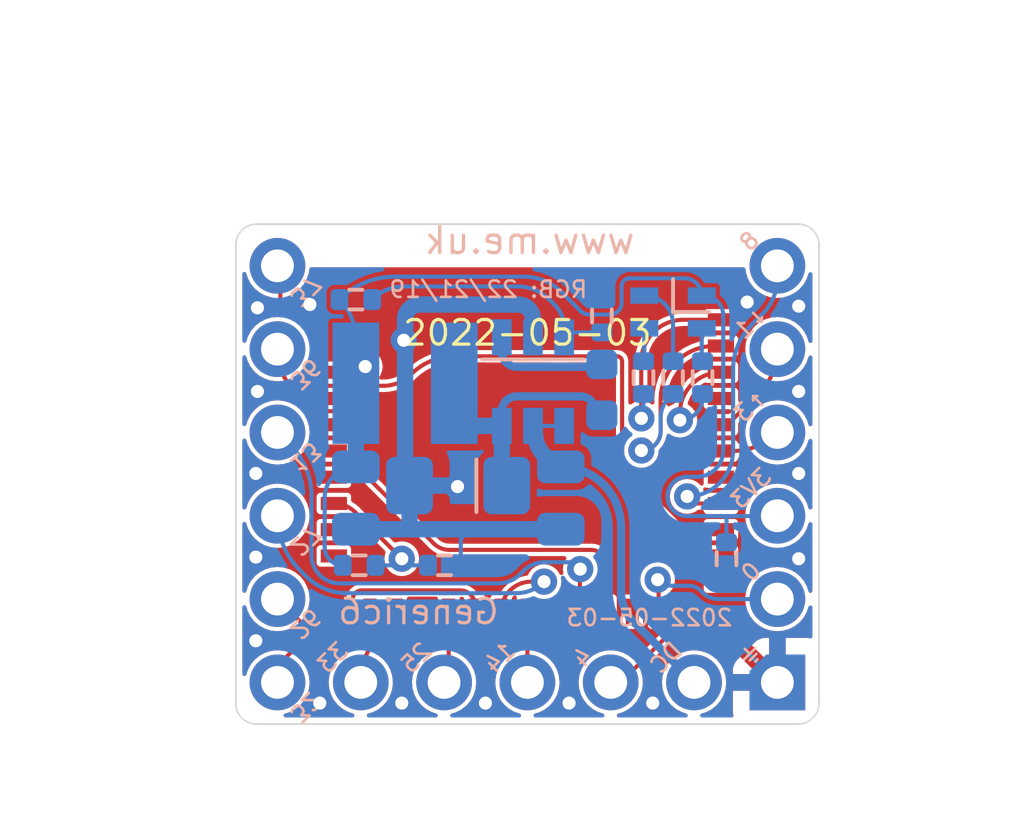
<source format=kicad_pcb>
(kicad_pcb (version 20211014) (generator pcbnew)
  (title_block (title "Generic ESP32-PICO-MINI Module") (date "${DATE}") (rev "1") (company "Adrian Kennard, Andrews & Arnold Ltd"))
  (layers (0 "F.Cu" signal) (31 "B.Cu" signal) (34 "B.Paste" user) (35 "F.Paste" user) (36 "B.SilkS" user "B.Silkscreen") (37 "F.SilkS" user "F.Silkscreen") (38 "B.Mask" user) (39 "F.Mask" user) (44 "Edge.Cuts" user))
  (property "DATE" "2022-05-03")
  (net 0 "")
  (net 1 "GND")
  (net 2 "Net-(D1-Pad2)")
  (net 3 "EN")
  (net 8 "Net-(D1-Pad3)")
  (net 9 "Net-(D1-Pad4)")
  (net 10 "R")
  (net 11 "G")
  (net 12 "B")
  (net 13 "+3V3")
  (net 14 "Net-(R5-Pad2)")
  (net 20 "Net-(P1-Pad1)")
  (net 22 "Net-(P3-Pad1)")
  (net 23 "Net-(J1-Pad2)")
  (net 24 "Net-(J1-Pad4)")
  (net 25 "Net-(J1-Pad5)")
  (net 26 "Net-(P2-Pad1)")
  (net 27 "Net-(P4-Pad1)")
  (net 28 "Net-(P5-Pad1)")
  (net 29 "Net-(P6-Pad1)")
  (net 30 "Net-(P7-Pad1)")
  (net 31 "Net-(P8-Pad1)")
  (net 32 "Net-(P9-Pad1)")
  (net 33 "Net-(P12-Pad1)")
  (net 34 "Net-(U1-Pad26)")
  (net 35 "Net-(U1-Pad21)")
  (footprint "RevK:ESP32-PICO-MINI-02" (layer "F.Cu") (at 100.33 45.015)
    (fp_text reference "U1" hide)
    (fp_text value "ESP32-PICO-MINI-02")
    (fp_text user "${DATE}" (at 0 -3.6 unlocked) (layer "F.SilkS") (effects (font (size 0.75 0.75) (thickness 0.1))))
    (pad "1" smd rect (at -5.9 -4) (size 0.8 0.4) (layers "F.Cu" "F.Paste" "F.Mask") (net 1 "GND"))
    (pad "2" smd rect (at -5.9 -3.2) (size 0.8 0.4) (layers "F.Cu" "F.Paste" "F.Mask") (net 1 "GND"))
    (pad "3" smd rect (at -5.9 -2.4) (size 0.8 0.4) (layers "F.Cu" "F.Paste" "F.Mask") (net 13 "+3V3"))
    (pad "4" smd rect (at -5.9 -1.6) (size 0.8 0.4) (layers "F.Cu" "F.Paste" "F.Mask"))
    (pad "5" smd rect (at -5.9 -0.8) (size 0.8 0.4) (layers "F.Cu" "F.Paste" "F.Mask"))
    (pad "6" smd rect (at -5.9 0) (size 0.8 0.4) (layers "F.Cu" "F.Paste" "F.Mask"))
    (pad "7" smd rect (at -5.9 0.8) (size 0.8 0.4) (layers "F.Cu" "F.Paste" "F.Mask"))
    (pad "8" smd rect (at -5.9 1.6) (size 0.8 0.4) (layers "F.Cu" "F.Paste" "F.Mask") (net 3 "EN"))
    (pad "9" smd rect (at -5.9 2.4) (size 0.8 0.4) (layers "F.Cu" "F.Paste" "F.Mask"))
    (pad "10" smd rect (at -5.9 3.2) (size 0.8 0.4) (layers "F.Cu" "F.Paste" "F.Mask"))
    (pad "11" smd rect (at -5.9 4) (size 0.8 0.4) (layers "F.Cu" "F.Paste" "F.Mask") (net 1 "GND"))
    (pad "12" smd rect (at -4.8 4.9) (size 0.4 0.8) (layers "F.Cu" "F.Paste" "F.Mask") (net 26 "Net-(P2-Pad1)"))
    (pad "13" smd rect (at -4 4.9) (size 0.4 0.8) (layers "F.Cu" "F.Paste" "F.Mask") (net 29 "Net-(P6-Pad1)"))
    (pad "14" smd rect (at -3.2 4.9) (size 0.4 0.8) (layers "F.Cu" "F.Paste" "F.Mask") (net 1 "GND"))
    (pad "15" smd rect (at -2.4 4.9) (size 0.4 0.8) (layers "F.Cu" "F.Paste" "F.Mask") (net 27 "Net-(P4-Pad1)"))
    (pad "16" smd rect (at -1.6 4.9) (size 0.4 0.8) (layers "F.Cu" "F.Paste" "F.Mask") (net 28 "Net-(P5-Pad1)"))
    (pad "17" smd rect (at -0.8 4.9) (size 0.4 0.8) (layers "F.Cu" "F.Paste" "F.Mask") (net 31 "Net-(P8-Pad1)"))
    (pad "18" smd rect (at 0 4.9) (size 0.4 0.8) (layers "F.Cu" "F.Paste" "F.Mask") (net 32 "Net-(P9-Pad1)"))
    (pad "19" smd rect (at 0.8 4.9) (size 0.4 0.8) (layers "F.Cu" "F.Paste" "F.Mask"))
    (pad "20" smd rect (at 1.6 4.9) (size 0.4 0.8) (layers "F.Cu" "F.Paste" "F.Mask") (net 22 "Net-(P3-Pad1)"))
    (pad "21" smd rect (at 2.4 4.9) (size 0.4 0.8) (layers "F.Cu" "F.Paste" "F.Mask") (net 35 "Net-(U1-Pad21)"))
    (pad "22" smd rect (at 3.2 4.9) (size 0.4 0.8) (layers "F.Cu" "F.Paste" "F.Mask"))
    (pad "23" smd rect (at 4 4.9) (size 0.4 0.8) (layers "F.Cu" "F.Paste" "F.Mask") (net 23 "Net-(J1-Pad2)"))
    (pad "24" smd rect (at 4.8 4.9) (size 0.4 0.8) (layers "F.Cu" "F.Paste" "F.Mask") (net 20 "Net-(P1-Pad1)"))
    (pad "25" smd rect (at 5.9 4) (size 0.8 0.4) (layers "F.Cu" "F.Paste" "F.Mask"))
    (pad "26" smd rect (at 5.9 3.2) (size 0.8 0.4) (layers "F.Cu" "F.Paste" "F.Mask") (net 34 "Net-(U1-Pad26)"))
    (pad "27" smd rect (at 5.9 2.4) (size 0.8 0.4) (layers "F.Cu" "F.Paste" "F.Mask"))
    (pad "28" smd rect (at 5.9 1.6) (size 0.8 0.4) (layers "F.Cu" "F.Paste" "F.Mask") (net 30 "Net-(P7-Pad1)"))
    (pad "29" smd rect (at 5.9 0.8) (size 0.8 0.4) (layers "F.Cu" "F.Paste" "F.Mask"))
    (pad "30" smd rect (at 5.9 0) (size 0.8 0.4) (layers "F.Cu" "F.Paste" "F.Mask") (net 24 "Net-(J1-Pad4)"))
    (pad "31" smd rect (at 5.9 -0.8) (size 0.8 0.4) (layers "F.Cu" "F.Paste" "F.Mask") (net 25 "Net-(J1-Pad5)"))
    (pad "32" smd rect (at 5.9 -1.6) (size 0.8 0.4) (layers "F.Cu" "F.Paste" "F.Mask"))
    (pad "33" smd rect (at 5.9 -2.4) (size 0.8 0.4) (layers "F.Cu" "F.Paste" "F.Mask") (net 12 "B"))
    (pad "34" smd rect (at 5.9 -3.2) (size 0.8 0.4) (layers "F.Cu" "F.Paste" "F.Mask") (net 10 "R"))
    (pad "35" smd rect (at 5.9 -4) (size 0.8 0.4) (layers "F.Cu" "F.Paste" "F.Mask") (net 11 "G"))
    (pad "36" smd rect (at 4.8 -4.9) (size 0.4 0.8) (layers "F.Cu" "F.Paste" "F.Mask") (net 1 "GND"))
    (pad "37" smd rect (at 4 -4.9) (size 0.4 0.8) (layers "F.Cu" "F.Paste" "F.Mask") (net 1 "GND"))
    (pad "38" smd rect (at 3.2 -4.9) (size 0.4 0.8) (layers "F.Cu" "F.Paste" "F.Mask") (net 1 "GND"))
    (pad "39" smd rect (at 2.4 -4.9) (size 0.4 0.8) (layers "F.Cu" "F.Paste" "F.Mask") (net 1 "GND"))
    (pad "40" smd rect (at 1.6 -4.9) (size 0.4 0.8) (layers "F.Cu" "F.Paste" "F.Mask") (net 1 "GND"))
    (pad "41" smd rect (at 0.8 -4.9) (size 0.4 0.8) (layers "F.Cu" "F.Paste" "F.Mask") (net 1 "GND"))
    (pad "42" smd rect (at 0 -4.9) (size 0.4 0.8) (layers "F.Cu" "F.Paste" "F.Mask") (net 1 "GND"))
    (pad "43" smd rect (at -0.8 -4.9) (size 0.4 0.8) (layers "F.Cu" "F.Paste" "F.Mask") (net 1 "GND"))
    (pad "44" smd rect (at -1.6 -4.9) (size 0.4 0.8) (layers "F.Cu" "F.Paste" "F.Mask") (net 1 "GND"))
    (pad "45" smd rect (at -2.4 -4.9) (size 0.4 0.8) (layers "F.Cu" "F.Paste" "F.Mask") (net 1 "GND"))
    (pad "46" smd rect (at -3.2 -4.9) (size 0.4 0.8) (layers "F.Cu" "F.Paste" "F.Mask") (net 1 "GND"))
    (pad "47" smd rect (at -4 -4.9) (size 0.4 0.8) (layers "F.Cu" "F.Paste" "F.Mask") (net 1 "GND"))
    (pad "48" smd rect (at -4.8 -4.9) (size 0.4 0.8) (layers "F.Cu" "F.Paste" "F.Mask") (net 1 "GND"))
    (pad "49" smd roundrect (at -1.975 -1.975) (size 1.45 1.45) (layers "F.Cu" "F.Paste" "F.Mask") (roundrect_rratio 0) (chamfer_ratio 0.41) (chamfer top_left) (net 1 "GND"))
    (pad "49" smd rect (at -1.975 0) (size 1.45 1.45) (layers "F.Cu" "F.Paste" "F.Mask") (net 1 "GND"))
    (pad "49" smd rect (at 1.975 0) (size 1.45 1.45) (layers "F.Cu" "F.Paste" "F.Mask") (net 1 "GND"))
    (pad "49" smd rect (at 0 0) (size 1.45 1.45) (layers "F.Cu" "F.Paste" "F.Mask") (net 1 "GND"))
    (pad "49" smd rect (at 0 1.975) (size 1.45 1.45) (layers "F.Cu" "F.Paste" "F.Mask") (net 1 "GND"))
    (pad "49" smd rect (at 1.975 -1.975) (size 1.45 1.45) (layers "F.Cu" "F.Paste" "F.Mask") (net 1 "GND"))
    (pad "49" smd rect (at 0 -1.975) (size 1.45 1.45) (layers "F.Cu" "F.Paste" "F.Mask") (net 1 "GND"))
    (pad "49" smd rect (at -1.975 1.975) (size 1.45 1.45) (layers "F.Cu" "F.Paste" "F.Mask") (net 1 "GND"))
    (pad "49" smd rect (at 1.975 1.975) (size 1.45 1.45) (layers "F.Cu" "F.Paste" "F.Mask") (net 1 "GND"))
    (pad "50" smd rect (at 5.95 -4.95) (size 0.7 0.7) (layers "F.Cu" "F.Paste" "F.Mask") (net 1 "GND"))
    (pad "51" smd rect (at 5.95 4.95) (size 0.7 0.7) (layers "F.Cu" "F.Paste" "F.Mask") (net 1 "GND"))
    (pad "52" smd rect (at -5.95 4.95) (size 0.7 0.7) (layers "F.Cu" "F.Paste" "F.Mask") (net 1 "GND"))
    (pad "53" smd rect (at -5.95 -4.95) (size 0.7 0.7) (layers "F.Cu" "F.Paste" "F.Mask") (net 1 "GND"))
    (zone (net 0) (net_name "") (layer "F.Cu") (connect_pads (clearance 0)) (min_thickness 0.01)
      (keepout (tracks not_allowed) (vias not_allowed) (pads not_allowed) (copperpour not_allowed) (footprints allowed))
      (fill (thermal_gap 0.508) (thermal_bridge_width 0.508))
      (polygon (pts (xy 93.73 34.015) (xy 106.93 34.015) (xy 106.93 39.415) (xy 93.73 39.415)))
    )
    (zone (net 0) (net_name "") (layer "B.Cu") (connect_pads (clearance 0)) (min_thickness 0.01)
      (keepout (tracks not_allowed) (vias not_allowed) (pads not_allowed) (copperpour not_allowed) (footprints allowed))
      (fill (thermal_gap 0.508) (thermal_bridge_width 0.508))
      (polygon (pts (xy 93.73 34.015) (xy 106.93 34.015) (xy 106.93 39.415) (xy 93.73 39.415)))
    )
  )
  (footprint "RevK:Round" (layer "B.Cu") (at 92.71 52.07 90)
    (fp_text reference "P2" hide)
    (fp_text value "32" hide)
    (fp_text user "${VALUE}" (at -0.75 0.85 225 unlocked) (layer "B.SilkS") (effects (font (size 0.5 0.5) (thickness 0.08)) (justify mirror)))
    (pad "1" thru_hole circle (at 0 0 90) (size 1.7 1.7) (drill 1) (layers *.Cu *.Mask) (net 26 "Net-(P2-Pad1)"))
  )
  (footprint "RevK:Hidden" (layer "B.Cu") (at 94.45 45.15 -90)
    (fp_text reference "C4" hide)
    (fp_text value "10uF")
  )
  (footprint "RevK:R_0402" (layer "B.Cu") (at 103.869502 42.777704 -90)
    (fp_text reference "R2" hide)
    (fp_text value "2K" hide)
    (fp_line (start -0.2 0.3) (end 0.2 0.3) (layer "B.SilkS") (width 0.12))
    (fp_line (start -0.2 -0.3) (end 0.2 -0.3) (layer "B.SilkS") (width 0.12))
    (pad "1" smd roundrect (at -0.5 0 270) (size 0.54 0.64) (layers "B.Cu" "B.Paste" "B.Mask") (net 8 "Net-(D1-Pad3)"))
    (pad "2" smd roundrect (at 0.5 0 270) (size 0.54 0.64) (layers "B.Cu" "B.Paste" "B.Mask") (net 11 "G"))
  )
  (footprint "RevK:Round" (layer "B.Cu") (at 92.71 46.99 90)
    (fp_text reference "P8" hide)
    (fp_text value "27" hide)
    (fp_text user "${VALUE}" (at -0.75 0.85 225 unlocked) (layer "B.SilkS") (effects (font (size 0.5 0.5) (thickness 0.08)) (justify mirror)))
    (pad "1" thru_hole circle (at 0 0 90) (size 1.7 1.7) (drill 1) (layers *.Cu *.Mask) (net 31 "Net-(P8-Pad1)"))
  )
  (footprint "RevK:Round" (layer "B.Cu") (at 97.79 52.07 -90)
    (fp_text reference "P4" hide)
    (fp_text value "25" hide)
    (fp_text user "${VALUE}" (at -0.75 0.85 45 unlocked) (layer "B.SilkS") (effects (font (size 0.5 0.5) (thickness 0.08)) (justify mirror)))
    (pad "1" thru_hole circle (at 0 0 270) (size 1.7 1.7) (drill 1) (layers *.Cu *.Mask) (net 27 "Net-(P4-Pad1)"))
  )
  (footprint "RevK:Round" (layer "B.Cu") (at 92.71 41.91 90)
    (fp_text reference "P11" hide)
    (fp_text value "36" hide)
    (fp_text user "${VALUE}" (at -0.75 0.85 225 unlocked) (layer "B.SilkS") (effects (font (size 0.5 0.5) (thickness 0.08)) (justify mirror)))
    (pad "1" thru_hole circle (at 0 0 90) (size 1.7 1.7) (drill 1) (layers *.Cu *.Mask) (net 35 "Net-(U1-Pad21)"))
  )
  (footprint "RevK:Round" (layer "B.Cu") (at 92.71 39.37 90)
    (fp_text reference "P10" hide)
    (fp_text value "37" hide)
    (fp_text user "${VALUE}" (at -0.75 0.85 225 unlocked) (layer "B.SilkS") (effects (font (size 0.5 0.5) (thickness 0.08)) (justify mirror)))
    (pad "1" thru_hole circle (at 0 0 90) (size 1.7 1.7) (drill 1) (layers *.Cu *.Mask) (net 34 "Net-(U1-Pad26)"))
  )
  (footprint "RevK:Round" (layer "B.Cu") (at 107.95 39.37 -90)
    (fp_text reference "P7" hide)
    (fp_text value "8" hide)
    (fp_text user "${VALUE}" (at -0.75 0.85 45 unlocked) (layer "B.SilkS") (effects (font (size 0.5 0.5) (thickness 0.08)) (justify mirror)))
    (pad "1" thru_hole circle (at 0 0 270) (size 1.7 1.7) (drill 1) (layers *.Cu *.Mask) (net 30 "Net-(P7-Pad1)"))
  )
  (footprint "RevK:Round" (layer "B.Cu") (at 95.25 52.07 -90)
    (fp_text reference "P6" hide)
    (fp_text value "33" hide)
    (fp_text user "${VALUE}" (at -0.75 0.85 45 unlocked) (layer "B.SilkS") (effects (font (size 0.5 0.5) (thickness 0.08)) (justify mirror)))
    (pad "1" thru_hole circle (at 0 0 270) (size 1.7 1.7) (drill 1) (layers *.Cu *.Mask) (net 29 "Net-(P6-Pad1)"))
  )
  (footprint "RevK:C_0402" (layer "B.Cu") (at 97.8 48.5 180)
    (fp_text reference "C1" hide)
    (fp_text value "10nF" hide)
    (fp_line (start -0.2 0.3) (end 0.2 0.3) (layer "B.SilkS") (width 0.12))
    (fp_line (start -0.2 -0.3) (end 0.2 -0.3) (layer "B.SilkS") (width 0.12))
    (pad "1" smd roundrect (at -0.5 0 180) (size 0.54 0.64) (layers "B.Cu" "B.Paste" "B.Mask") (net 1 "GND"))
    (pad "2" smd roundrect (at 0.5 0 180) (size 0.54 0.64) (layers "B.Cu" "B.Paste" "B.Mask") (net 3 "EN"))
  )
  (footprint "RevK:Round" (layer "B.Cu") (at 102.87 52.07 -90)
    (fp_text reference "P1" hide)
    (fp_text value "4" hide)
    (fp_text user "${VALUE}" (at -0.75 0.85 45 unlocked) (layer "B.SilkS") (effects (font (size 0.5 0.5) (thickness 0.08)) (justify mirror)))
    (pad "1" thru_hole circle (at 0 0 270) (size 1.7 1.7) (drill 1) (layers *.Cu *.Mask) (net 20 "Net-(P1-Pad1)"))
  )
  (footprint "RevK:Round" (layer "B.Cu") (at 105.41 52.07 -90)
    (fp_text reference "P12" hide)
    (fp_text value "DC" hide)
    (fp_text user "${VALUE}" (at -0.75 0.85 45 unlocked) (layer "B.SilkS") (effects (font (size 0.5 0.5) (thickness 0.08)) (justify mirror)))
    (pad "1" thru_hole circle (at 0 0 270) (size 1.7 1.7) (drill 1) (layers *.Cu *.Mask) (net 33 "Net-(P12-Pad1)"))
  )
  (footprint "RevK:Hidden" (layer "B.Cu") (at 97.57 44.77)
    (fp_text reference "D2" hide)
    (fp_text value "Schottky")
  )
  (footprint "RevK:Hidden" (layer "B.Cu") (at 101.95 41.85 -90)
    (fp_text reference "C2" hide)
    (fp_text value "0.1uF")
  )
  (footprint "RevK:R_0402" (layer "B.Cu") (at 102.6 40.9 -90)
    (fp_text reference "R6" hide)
    (fp_text value "30k 1% or NF" hide)
    (fp_line (start -0.2 0.3) (end 0.2 0.3) (layer "B.SilkS") (width 0.12))
    (fp_line (start -0.2 -0.3) (end 0.2 -0.3) (layer "B.SilkS") (width 0.12))
    (pad "1" smd roundrect (at -0.5 0 270) (size 0.54 0.64) (layers "B.Cu" "B.Paste" "B.Mask") (net 1 "GND"))
    (pad "2" smd roundrect (at 0.5 0 270) (size 0.54 0.64) (layers "B.Cu" "B.Paste" "B.Mask") (net 14 "Net-(R5-Pad2)"))
  )
  (footprint "RevK:Round" (layer "B.Cu") (at 92.71 44.45 90)
    (fp_text reference "P3" hide)
    (fp_text value "13" hide)
    (fp_text user "${VALUE}" (at -0.75 0.85 225 unlocked) (layer "B.SilkS") (effects (font (size 0.5 0.5) (thickness 0.08)) (justify mirror)))
    (pad "1" thru_hole circle (at 0 0 90) (size 1.7 1.7) (drill 1) (layers *.Cu *.Mask) (net 22 "Net-(P3-Pad1)"))
  )
  (footprint "RevK:Shelly" (layer "B.Cu") (at 107.95 46.99 -90)
    (fp_text reference "J1" hide)
    (fp_text value "Shelly" hide)
    (fp_text user "3V3" (at -0.83 0.8 45 unlocked) (layer "B.SilkS") (effects (font (size 0.5 0.5) (thickness 0.08)) (justify mirror)))
    (fp_text user "0" (at 1.71 0.8 45 unlocked) (layer "B.SilkS") (effects (font (size 0.5 0.5) (thickness 0.08)) (justify mirror)))
    (fp_text user "⏚" (at 4.25 0.8 45 unlocked) (layer "B.SilkS") (effects (font (size 0.5 0.5) (thickness 0.08)) (justify mirror)))
    (fp_text user "↓1" (at -5.91 0.8 45 unlocked) (layer "B.SilkS") (effects (font (size 0.5 0.5) (thickness 0.08)) (justify mirror)))
    (fp_text user "↑3" (at -3.37 0.8 45 unlocked) (layer "B.SilkS") (effects (font (size 0.5 0.5) (thickness 0.08)) (justify mirror)))
    (pad "1" thru_hole roundrect (at 5.08 0 270) (size 1.7 1.7) (drill 1) (layers *.Cu *.Mask) (roundrect_rratio 0) (chamfer_ratio 0.3) (chamfer bottom_left) (net 1 "GND"))
    (pad "2" thru_hole oval (at 2.54 0) (size 1.7 1.7) (drill 1) (layers *.Cu *.Mask) (net 23 "Net-(J1-Pad2)"))
    (pad "3" thru_hole oval (at 0 0) (size 1.7 1.7) (drill 1) (layers *.Cu *.Mask) (net 13 "+3V3"))
    (pad "4" thru_hole oval (at -2.54 0) (size 1.7 1.7) (drill 1) (layers *.Cu *.Mask) (net 24 "Net-(J1-Pad4)"))
    (pad "5" thru_hole oval (at -5.08 0) (size 1.7 1.7) (drill 1) (layers *.Cu *.Mask) (net 25 "Net-(J1-Pad5)"))
  )
  (footprint "RevK:R_0402" (layer "B.Cu") (at 104.769502 42.777704 -90)
    (fp_text reference "R1" hide)
    (fp_text value "680R" hide)
    (fp_line (start -0.2 0.3) (end 0.2 0.3) (layer "B.SilkS") (width 0.12))
    (fp_line (start -0.2 -0.3) (end 0.2 -0.3) (layer "B.SilkS") (width 0.12))
    (pad "1" smd roundrect (at -0.5 0 270) (size 0.54 0.64) (layers "B.Cu" "B.Paste" "B.Mask") (net 2 "Net-(D1-Pad2)"))
    (pad "2" smd roundrect (at 0.5 0 270) (size 0.54 0.64) (layers "B.Cu" "B.Paste" "B.Mask") (net 10 "R"))
  )
  (footprint "RevK:R_0402" (layer "B.Cu") (at 105.669502 42.777704 -90)
    (fp_text reference "R3" hide)
    (fp_text value "220R" hide)
    (fp_line (start -0.2 -0.3) (end 0.2 -0.3) (layer "B.SilkS") (width 0.12))
    (fp_line (start -0.2 0.3) (end 0.2 0.3) (layer "B.SilkS") (width 0.12))
    (pad "1" smd roundrect (at -0.5 0 270) (size 0.54 0.64) (layers "B.Cu" "B.Paste" "B.Mask") (net 9 "Net-(D1-Pad4)"))
    (pad "2" smd roundrect (at 0.5 0 270) (size 0.54 0.64) (layers "B.Cu" "B.Paste" "B.Mask") (net 12 "B"))
  )
  (footprint "RevK:R_0402" (layer "B.Cu") (at 95.2 48.5)
    (fp_text reference "R4" hide)
    (fp_text value "10K" hide)
    (fp_line (start -0.2 -0.3) (end 0.2 -0.3) (layer "B.SilkS") (width 0.12))
    (fp_line (start -0.2 0.3) (end 0.2 0.3) (layer "B.SilkS") (width 0.12))
    (pad "1" smd roundrect (at -0.5 0) (size 0.54 0.64) (layers "B.Cu" "B.Paste" "B.Mask") (net 13 "+3V3"))
    (pad "2" smd roundrect (at 0.5 0) (size 0.54 0.64) (layers "B.Cu" "B.Paste" "B.Mask") (net 3 "EN"))
  )
  (footprint "RevK:Hidden" (layer "B.Cu") (at 100.7 45.15 -90)
    (fp_text reference "C3" hide)
    (fp_text value "2.2uF")
  )
  (footprint "RevK:LED-RGB-1.6x1.6" (layer "B.Cu") (at 104.769502 40.777704)
    (fp_text reference "D1" hide)
    (fp_text value "RGB")
    (fp_line (start 0 0) (end 0 -1) (layer "B.SilkS") (width 0.12))
    (fp_line (start 1.1 0) (end 0 0) (layer "B.SilkS") (width 0.12))
    (pad "1" smd rect (at 0.875 -0.5) (size 0.85 0.5) (layers "B.Cu" "B.Paste" "B.Mask") (net 13 "+3V3"))
    (pad "2" smd rect (at -0.875 -0.5) (size 0.85 0.5) (layers "B.Cu" "B.Paste" "B.Mask") (net 2 "Net-(D1-Pad2)"))
    (pad "3" smd rect (at -0.875 0.5) (size 0.85 0.5) (layers "B.Cu" "B.Paste" "B.Mask") (net 8 "Net-(D1-Pad3)"))
    (pad "4" smd rect (at 0.875 0.5) (size 0.85 0.5) (layers "B.Cu" "B.Paste" "B.Mask") (net 9 "Net-(D1-Pad4)"))
  )
  (footprint "RevK:Round" (layer "B.Cu") (at 100.33 52.07 -90)
    (fp_text reference "P9" hide)
    (fp_text value "14" hide)
    (fp_text user "${VALUE}" (at -0.75 0.85 45 unlocked) (layer "B.SilkS") (effects (font (size 0.5 0.5) (thickness 0.08)) (justify mirror)))
    (pad "1" thru_hole circle (at 0 0 270) (size 1.7 1.7) (drill 1) (layers *.Cu *.Mask) (net 32 "Net-(P9-Pad1)"))
  )
  (footprint "RevK:C_0402" (layer "B.Cu") (at 106.4 48.3 -90)
    (fp_text reference "C5" hide)
    (fp_text value "100nF" hide)
    (fp_line (start -0.2 0.3) (end 0.2 0.3) (layer "B.SilkS") (width 0.12))
    (fp_line (start -0.2 -0.3) (end 0.2 -0.3) (layer "B.SilkS") (width 0.12))
    (pad "1" smd roundrect (at -0.5 0 270) (size 0.54 0.64) (layers "B.Cu" "B.Paste" "B.Mask") (net 13 "+3V3"))
    (pad "2" smd roundrect (at 0.5 0 270) (size 0.54 0.64) (layers "B.Cu" "B.Paste" "B.Mask") (net 1 "GND"))
  )
  (footprint "RevK:RegulatorBlockFB" (layer "B.Cu") (at 100.5 42.9 180)
    (fp_text reference "U2" hide)
    (fp_text value "LMR16006+FB")
    (fp_line (start -1.55 0.675) (end 1.55 0.675) (layer "B.SilkS") (width 0.12))
    (fp_line (start 1.725 -2.375) (end 1.725 -3.975) (layer "B.SilkS") (width 0.12))
    (pad "" smd rect (at 0.95 -2.3 90) (size 2 0.5) (layers "B.Cu") (clearance 0.2))
    (pad "" smd rect (at 1.9 -1.35 180) (size 2 0.5) (layers "B.Cu") (clearance 0.2))
    (pad "" smd rect (at 0.95 -1.35 90) (size 1.1 0.6) (layers "B.Cu" "B.Paste" "B.Mask") (clearance 0.2))
    (pad "" smd roundrect (at -2.1 0.525 90) (size 0.9 0.95) (layers "B.Cu" "B.Paste" "B.Mask") (clearance 0.2))
    (pad "" smd roundrect (at -2.1 -1.025 90) (size 0.9 0.95) (layers "B.Cu" "B.Paste" "B.Mask") (clearance 0.2))
    (pad "" smd custom (at -0.475 -0.45 180) (size 1.95 0.25) (layers "B.Cu") (clearance 0.2) (options (clearance outline) (anchor rect)) (primitives (gr_arc (start 1.425 -0.45) (mid 1.293198 -0.131802) (end 0.975 0) (width 0.25)) (gr_arc (start -0.975 0) (mid -1.293198 -0.131802) (end -1.425 -0.45) (width 0.25))))
    (pad "" smd custom (at -0.8 0.45 180) (size 2.6 0.25) (layers "B.Cu") (clearance 0.2) (options (clearance outline) (anchor rect)) (primitives (gr_arc (start 1.3 0) (mid 1.618198 0.131802) (end 1.75 0.45) (width 0.25))))
    (pad "" smd roundrect (at 0.7975 -3.17 180) (size 1.425 1.75) (layers "B.Cu" "B.Paste" "B.Mask") (roundrect_rratio 0.175) (clearance 0.2))
    (pad "" smd rect (at 0.95 1.35 90) (size 1.1 0.6) (layers "B.Cu" "B.Paste" "B.Mask") (clearance 0.2))
    (pad "" smd rect (at 2.4 -0.05 90) (size 3.7 1.425) (layers "B.Cu" "B.Mask") (clearance 0.2))
    (pad "1" smd rect (at -0.95 -1.35 90) (size 1.1 0.6) (layers "B.Cu" "B.Paste" "B.Mask") (net 33 "Net-(P12-Pad1)") (clearance 0.2))
    (pad "2" smd roundrect (at -0.85 -2.6 270) (size 1 1.45) (layers "B.Cu" "B.Paste" "B.Mask") (net 33 "Net-(P12-Pad1)") (clearance 0.2))
    (pad "2" smd custom (at -1.06 -2.55 180) (size 0.1 0.1) (layers "B.Cu") (net 33 "Net-(P12-Pad1)") (options (clearance outline) (anchor rect)) (primitives (gr_arc (start 0.000002 0) (mid 0.706491 0.292278) (end 0.999998 0.998257) (width 0.5))))
    (pad "2" smd rect (at 0 -1.35 90) (size 1.1 0.6) (layers "B.Cu" "B.Paste" "B.Mask") (net 33 "Net-(P12-Pad1)") (clearance 0.2))
    (pad "3" smd roundrect (at 3.7625 -3.17 180) (size 1.425 1.75) (layers "B.Cu" "B.Paste" "B.Mask") (roundrect_rratio 0.175) (net 1 "GND") (clearance 0.2))
    (pad "3" smd custom (at -1.1 -4.5 180) (size 0.1 0.1) (layers "B.Cu") (net 1 "GND") (clearance 0.2) (options (clearance outline) (anchor rect)) (primitives (gr_line (start 6.6 0) (end 0 0) (width 0.4999)) (gr_line (start 4.8625 1.6) (end 4.8625 0) (width 0.4999)) (gr_line (start 5 6.4) (end 5 1.6) (width 0.4999)) (gr_arc (start 5 6.4) (mid 4.868198 6.718198) (end 4.55 6.85) (width 0.4999)) (gr_line (start 1.55 6.85) (end 4.55 6.85) (width 0.4999)) (gr_arc (start 1.55 6.85) (mid 1.231802 6.718198) (end 1.1 6.4) (width 0.4999)) (gr_line (start 1.1 5.9) (end 1.1 6.4) (width 0.4999))))
    (pad "3" smd rect (at 0 1.35 90) (size 1.1 0.6) (layers "B.Cu" "B.Paste" "B.Mask") (net 1 "GND") (clearance 0.2))
    (pad "3" smd roundrect (at -0.85 -4.5 270) (size 1 1.45) (layers "B.Cu" "B.Paste" "B.Mask") (net 1 "GND"))
    (pad "3" smd roundrect (at 5.4 -4.5 270) (size 1 1.45) (layers "B.Cu" "B.Paste" "B.Mask") (net 1 "GND"))
    (pad "4" smd rect (at 5.4 -0.8 180) (size 0.5 4) (layers "B.Cu") (net 13 "+3V3"))
    (pad "4" smd roundrect (at 5.4 -2.6 270) (size 1 1.45) (layers "B.Cu" "B.Paste" "B.Mask") (net 13 "+3V3") (clearance 0.2))
    (pad "4" smd rect (at 5.4 -0.05 90) (size 3.7 1.425) (layers "B.Cu" "B.Mask") (net 13 "+3V3"))
    (pad "5" smd rect (at -0.95 1.35 90) (size 1.1 0.6) (layers "B.Cu" "B.Paste" "B.Mask") (net 14 "Net-(R5-Pad2)") (clearance 0.2))
  )
  (footprint "RevK:Hidden" (layer "B.Cu") (at 95.95 41.6)
    (fp_text reference "L1" hide)
    (fp_text value "6.8uH")
  )
  (footprint "RevK:Round" (layer "B.Cu") (at 92.71 49.53 90)
    (fp_text reference "P5" hide)
    (fp_text value "26" hide)
    (fp_text user "${VALUE}" (at -0.75 0.85 225 unlocked) (layer "B.SilkS") (effects (font (size 0.5 0.5) (thickness 0.08)) (justify mirror)))
    (pad "1" thru_hole circle (at 0 0 90) (size 1.7 1.7) (drill 1) (layers *.Cu *.Mask) (net 28 "Net-(P5-Pad1)"))
  )
  (footprint "RevK:R_0402" (layer "B.Cu") (at 95.1 40.4)
    (fp_text reference "R5" hide)
    (fp_text value "100k 1% or 0R" hide)
    (fp_line (start -0.2 0.3) (end 0.2 0.3) (layer "B.SilkS") (width 0.12))
    (fp_line (start -0.2 -0.3) (end 0.2 -0.3) (layer "B.SilkS") (width 0.12))
    (pad "1" smd roundrect (at -0.5 0) (size 0.54 0.64) (layers "B.Cu" "B.Paste" "B.Mask") (net 13 "+3V3"))
    (pad "2" smd roundrect (at 0.5 0) (size 0.54 0.64) (layers "B.Cu" "B.Paste" "B.Mask") (net 14 "Net-(R5-Pad2)"))
  )
  (gr_line (start 109.22 52.705) (end 109.22 38.735) (layer "Edge.Cuts") (width 0.05))
  (gr_line (start 108.585 38.1) (end 92.075 38.1) (layer "Edge.Cuts") (width 0.05))
  (gr_arc (start 109.22 52.705) (mid 109.034013 53.154013) (end 108.585 53.34) (layer "Edge.Cuts") (width 0.05))
  (gr_arc (start 91.44 38.735) (mid 91.625987 38.285987) (end 92.075 38.1) (layer "Edge.Cuts") (width 0.05))
  (gr_arc (start 108.585 38.1) (mid 109.034013 38.285987) (end 109.22 38.735) (layer "Edge.Cuts") (width 0.05))
  (gr_arc (start 92.075 53.34) (mid 91.625987 53.154013) (end 91.44 52.705) (layer "Edge.Cuts") (width 0.05))
  (gr_line (start 91.44 38.735) (end 91.44 52.705) (layer "Edge.Cuts") (width 0.05))
  (gr_line (start 92.075 53.34) (end 108.585 53.34) (layer "Edge.Cuts") (width 0.05))
  (gr_text "${DATE}" (at 104.05 50.1) (layer "B.SilkS") (effects (font (size 0.5 0.5) (thickness 0.08)) (justify mirror)))
  (gr_text "RGB: 22/21/19" (at 99.14 40.09) (layer "B.SilkS") (effects (font (size 0.5 0.5) (thickness 0.08)) (justify mirror)))
  (gr_text "Generic6" (at 97.01 49.91) (layer "B.SilkS") (effects (font (size 0.75 0.75) (thickness 0.1)) (justify mirror)))
  (gr_text "www.me.uk" (at 100.4 38.6) (layer "B.SilkS") (effects (font (size 0.8 0.8) (thickness 0.1)) (justify mirror)))
  (segment (start 103.99 46.99) (end 105.2 48.2) (width 0.125) (layer "F.Cu") (net 1))
  (segment (start 93.652249 40.366445) (end 93.608665 40.410028) (width 0.125) (layer "F.Cu") (net 1))
  (segment (start 106.28 49.965) (end 106.165 49.965) (width 0.125) (layer "F.Cu") (net 1))
  (segment (start 105.2 49) (end 105.2 48.2) (width 0.125) (layer "F.Cu") (net 1))
  (segment (start 106.165 49.965) (end 105.2 49) (width 0.125) (layer "F.Cu") (net 1))
  (segment (start 103.99 46.99) (end 102.305 46.99) (width 0.125) (layer "F.Cu") (net 1))
  (segment (start 106.28 49.965) (end 106.28 50.4) (width 0.5) (layer "F.Cu") (net 1))
  (segment (start 106.28 50.4) (end 107.95 52.07) (width 0.5) (layer "F.Cu") (net 1))
  (via (at 92.1 40.65) (size 0.8) (drill 0.4) (layers "F.Cu" "B.Cu") (net 1))
  (via (at 104.15 52.7) (size 0.8) (drill 0.4) (layers "F.Cu" "B.Cu") (net 1))
  (via (at 101.6 52.7) (size 0.8) (drill 0.4) (layers "F.Cu" "B.Cu") (net 1))
  (via (at 92.05 50.8) (size 0.8) (drill 0.4) (layers "F.Cu" "B.Cu") (net 1))
  (via (at 98.2 46.1) (size 0.8) (drill 0.4) (layers "F.Cu" "B.Cu") (net 1))
  (via (at 108.6 45.7) (size 0.8) (drill 0.4) (layers "F.Cu" "B.Cu") (net 1))
  (via (at 108.6 40.6) (size 0.8) (drill 0.4) (layers "F.Cu" "B.Cu") (net 1))
  (via (at 96.5 52.7) (size 0.8) (drill 0.4) (layers "F.Cu" "B.Cu") (net 1))
  (via (at 92.1 43.2) (size 0.8) (drill 0.4) (layers "F.Cu" "B.Cu") (net 1))
  (via (at 93.7 40.55) (size 0.8) (drill 0.4) (layers "F.Cu" "B.Cu") (net 1))
  (via (at 99.05 52.7) (size 0.8) (drill 0.4) (layers "F.Cu" "B.Cu") (net 1))
  (via (at 107.029372 40.474994) (size 0.8) (drill 0.4) (layers "F.Cu" "B.Cu") (net 1))
  (via (at 96.56 41.64) (size 0.8) (drill 0.4) (layers "F.Cu" "B.Cu") (net 1))
  (via (at 92.05 48.25) (size 0.8) (drill 0.4) (layers "F.Cu" "B.Cu") (net 1))
  (via (at 94 52.7) (size 0.8) (drill 0.4) (layers "F.Cu" "B.Cu") (net 1))
  (via (at 108.6 48.3) (size 0.8) (drill 0.4) (layers "F.Cu" "B.Cu") (net 1))
  (via (at 108.6 43.2) (size 0.8) (drill 0.4) (layers "F.Cu" "B.Cu") (net 1))
  (via (at 92.05 45.7) (size 0.8) (drill 0.4) (layers "F.Cu" "B.Cu") (net 1))
  (arc (start 94.38 40.065) (mid 93.986144 40.143343) (end 93.652249 40.366445) (width 0.125) (layer "F.Cu") (net 1))
  (segment (start 103.6 49.6) (end 103.6 48.1) (width 0.125) (layer "B.Cu") (net 1))
  (segment (start 105.48 49.6) (end 103.6 49.6) (width 0.125) (layer "B.Cu") (net 1))
  (segment (start 105.6 48.8) (end 106.4 48.8) (width 0.125) (layer "B.Cu") (net 1))
  (segment (start 98.3 48.5) (end 98.3 47.7) (width 0.125) (layer "B.Cu") (net 1))
  (segment (start 102.57 39.92) (end 102.57 40.37) (width 0.125) (layer "B.Cu") (net 1))
  (segment (start 104.9 48.1) (end 105.6 48.8) (width 0.125) (layer "B.Cu") (net 1))
  (segment (start 98.3 47.7) (end 98.6 47.4) (width 0.125) (layer "B.Cu") (net 1))
  (segment (start 103.6 48.1) (end 104.9 48.1) (width 0.125) (layer "B.Cu") (net 1))
  (segment (start 96.7375 46.07) (end 98.17 46.07) (width 0.5) (layer "B.Cu") (net 1))
  (segment (start 107.95 52.07) (end 105.48 49.6) (width 0.125) (layer "B.Cu") (net 1))
  (segment (start 106.580732 40.026355) (end 107.029372 40.474994) (width 0.125) (layer "B.Cu") (net 1))
  (segment (start 98.6 47.4) (end 101.35 47.4) (width 0.125) (layer "B.Cu") (net 1))
  (segment (start 98.17 46.07) (end 98.2 46.1) (width 0.5) (layer "B.Cu") (net 1))
  (segment (start 105.31 39.5) (end 102.99 39.5) (width 0.125) (layer "B.Cu") (net 1))
  (arc (start 102.57 40.37) (mid 102.578787 40.391213) (end 102.6 40.4) (width 0.125) (layer "B.Cu") (net 1))
  (arc (start 102.99 39.5) (mid 102.693015 39.623015) (end 102.57 39.92) (width 0.125) (layer "B.Cu") (net 1))
  (arc (start 105.31 39.5) (mid 105.997715 39.636795) (end 106.580732 40.026355) (width 0.125) (layer "B.Cu") (net 1))
  (segment (start 104.769502 42.277704) (end 104.769502 41.152704) (width 0.125) (layer "B.Cu") (net 2))
  (arc (start 104.769502 41.152704) (mid 104.51322 40.533986) (end 103.894502 40.277704) (width 0.125) (layer "B.Cu") (net 2))
  (segment (start 95.087236 46.887236) (end 96.5 48.3) (width 0.125) (layer "F.Cu") (net 3))
  (via (at 96.5 48.3) (size 0.8) (drill 0.4) (layers "F.Cu" "B.Cu") (net 3))
  (arc (start 94.43 46.615) (mid 94.785694 46.685752) (end 95.087236 46.887236) (width 0.125) (layer "F.Cu") (net 3))
  (segment (start 97.3 48.5) (end 95.7 48.5) (width 0.125) (layer "B.Cu") (net 3))
  (segment (start 103.894502 41.277704) (end 103.894502 42.252704) (width 0.125) (layer "B.Cu") (net 8))
  (segment (start 103.894502 42.252704) (end 103.869502 42.277704) (width 0.125) (layer "B.Cu") (net 8))
  (segment (start 105.644502 41.277704) (end 105.644502 42.252704) (width 0.125) (layer "B.Cu") (net 9))
  (segment (start 105.644502 42.252704) (end 105.669502 42.277704) (width 0.125) (layer "B.Cu") (net 9))
  (segment (start 106.23 41.815) (end 106.03 41.815) (width 0.125) (layer "F.Cu") (net 10))
  (segment (start 104.391012 43.453988) (end 104.391012 44.412999) (width 0.125) (layer "F.Cu") (net 10))
  (via (at 103.804011 45) (size 0.8) (drill 0.4) (layers "F.Cu" "B.Cu") (net 10))
  (arc (start 106.03 41.815) (mid 104.87106 42.295048) (end 104.391012 43.453988) (width 0.125) (layer "F.Cu") (net 10))
  (arc (start 104.391012 44.412999) (mid 104.219083 44.828071) (end 103.804011 45) (width 0.125) (layer "F.Cu") (net 10))
  (segment (start 104.769502 43.277704) (end 104.634836 43.41237) (width 0.125) (layer "B.Cu") (net 10))
  (segment (start 104.391012 44.001012) (end 104.391012 44.412999) (width 0.125) (layer "B.Cu") (net 10))
  (arc (start 104.391012 44.412999) (mid 104.219083 44.828071) (end 103.804011 45) (width 0.125) (layer "B.Cu") (net 10))
  (arc (start 104.634836 43.41237) (mid 104.45438 43.682441) (end 104.391012 44.001012) (width 0.125) (layer "B.Cu") (net 10))
  (segment (start 106.23 41.015) (end 105.085 41.015) (width 0.125) (layer "F.Cu") (net 11))
  (segment (start 103.8 42.3) (end 103.8 44.016406) (width 0.125) (layer "F.Cu") (net 11))
  (via (at 103.804011 44.020417) (size 0.8) (drill 0.4) (layers "F.Cu" "B.Cu") (net 11))
  (arc (start 105.085 41.015) (mid 104.176368 41.391368) (end 103.8 42.3) (width 0.125) (layer "F.Cu") (net 11))
  (arc (start 103.8 44.016406) (mid 103.801175 44.019242) (end 103.804011 44.020417) (width 0.125) (layer "F.Cu") (net 11))
  (segment (start 103.869502 43.954926) (end 103.869502 43.277704) (width 0.125) (layer "B.Cu") (net 11))
  (arc (start 103.804011 44.020417) (mid 103.85032 44.001235) (end 103.869502 43.954926) (width 0.125) (layer "B.Cu") (net 11))
  (segment (start 104.978012 43.866988) (end 104.978012 44.075497) (width 0.125) (layer "F.Cu") (net 12))
  (via (at 104.978012 44.075497) (size 0.8) (drill 0.4) (layers "F.Cu" "B.Cu") (net 12))
  (arc (start 106.23 42.615) (mid 105.344711 42.981699) (end 104.978012 43.866988) (width 0.125) (layer "F.Cu") (net 12))
  (segment (start 105.669502 43.277704) (end 105.669502 43.384007) (width 0.125) (layer "B.Cu") (net 12))
  (arc (start 105.669502 43.384007) (mid 105.466969 43.872964) (end 104.978012 44.075497) (width 0.125) (layer "B.Cu") (net 12))
  (segment (start 94.965838 42.615) (end 94.43 42.615) (width 0.125) (layer "F.Cu") (net 13))
  (via (at 95.385937 42.440989) (size 0.8) (drill 0.4) (layers "F.Cu" "B.Cu") (net 13))
  (arc (start 95.385937 42.440989) (mid 95.193194 42.569776) (end 94.965838 42.615) (width 0.125) (layer "F.Cu") (net 13))
  (segment (start 103.2 40) (end 103.2 40.50404) (width 0.125) (layer "B.Cu") (net 13))
  (segment (start 106.4 47) (end 105.2 47) (width 0.125) (layer "B.Cu") (net 13))
  (segment (start 106.3 45) (end 106.3 40.88418) (width 0.125) (layer "B.Cu") (net 13))
  (segment (start 107.94 47) (end 106.4 47) (width 0.125) (layer "B.Cu") (net 13))
  (segment (start 100.22 39.7) (end 96.289949 39.7) (width 0.125) (layer "B.Cu") (net 13))
  (segment (start 105.116309 39.749511) (end 103.450489 39.749511) (width 0.125) (layer "B.Cu") (net 13))
  (segment (start 102.84702 40.85702) (end 102.21298 40.85702) (width 0.125) (layer "B.Cu") (net 13))
  (segment (start 95.1 41.607106) (end 95.1 42.95) (width 0.125) (layer "B.Cu") (net 13))
  (segment (start 106.4 47.8) (end 106.4 47) (width 0.125) (layer "B.Cu") (net 13))
  (segment (start 101.380832 40.180833) (end 101.94674 40.74674) (width 0.125) (layer "B.Cu") (net 13))
  (segment (start 94.149511 46.450489) (end 94.149511 47.949511) (width 0.125) (layer "B.Cu") (net 13))
  (segment (start 105.693524 40.277704) (end 105.644502 40.277704) (width 0.125) (layer "B.Cu") (net 13))
  (segment (start 105.2 45.8) (end 105.5 45.8) (width 0.125) (layer "B.Cu") (net 13))
  (arc (start 107.95 46.99) (mid 107.947071 46.997071) (end 107.94 47) (width 0.125) (layer "B.Cu") (net 13))
  (arc (start 105.2 47) (mid 104.775736 46.824264) (end 104.6 46.4) (width 0.125) (layer "B.Cu") (net 13))
  (arc (start 105.644502 40.277704) (mid 105.489798 39.904215) (end 105.116309 39.749511) (width 0.125) (layer "B.Cu") (net 13))
  (arc (start 104.6 46.4) (mid 104.775736 45.975736) (end 105.2 45.8) (width 0.125) (layer "B.Cu") (net 13))
  (arc (start 105.5 45.8) (mid 106.065685 45.565685) (end 106.3 45) (width 0.125) (layer "B.Cu") (net 13))
  (arc (start 106.3 40.88418) (mid 106.122367 40.455337) (end 105.693524 40.277704) (width 0.125) (layer "B.Cu") (net 13))
  (arc (start 94.6 40.4) (mid 94.970054 40.953825) (end 95.1 41.607106) (width 0.125) (layer "B.Cu") (net 13))
  (arc (start 103.2 40.50404) (mid 103.096615 40.753635) (end 102.84702 40.85702) (width 0.125) (layer "B.Cu") (net 13))
  (arc (start 95.1 45.5) (mid 94.427903 45.778392) (end 94.149511 46.450489) (width 0.125) (layer "B.Cu") (net 13))
  (arc (start 103.450489 39.749511) (mid 103.273367 39.822878) (end 103.2 40) (width 0.125) (layer "B.Cu") (net 13))
  (arc (start 96.289949 39.7) (mid 95.375355 39.881924) (end 94.6 40.4) (width 0.125) (layer "B.Cu") (net 13))
  (arc (start 94.149511 47.949511) (mid 94.310745 48.338766) (end 94.7 48.5) (width 0.125) (layer "B.Cu") (net 13))
  (arc (start 102.21298 40.85702) (mid 102.068892 40.828359) (end 101.94674 40.74674) (width 0.125) (layer "B.Cu") (net 13))
  (arc (start 101.380832 40.180833) (mid 100.848238 39.824964) (end 100.22 39.7) (width 0.125) (layer "B.Cu") (net 13))
  (segment (start 102.6 41.4) (end 101.6 41.4) (width 0.125) (layer "B.Cu") (net 14))
  (segment (start 101.6 41.4) (end 101.45 41.55) (width 0.125) (layer "B.Cu") (net 14))
  (segment (start 101.165 40.565) (end 100.99598 40.39598) (width 0.125) (layer "B.Cu") (net 14))
  (segment (start 100.04 40) (end 96.565685 40) (width 0.125) (layer "B.Cu") (net 14))
  (segment (start 101.45 41.55) (end 101.45 41.25305) (width 0.125) (layer "B.Cu") (net 14))
  (arc (start 96.565685 40) (mid 96.04306 40.103957) (end 95.6 40.4) (width 0.125) (layer "B.Cu") (net 14))
  (arc (start 100.99598 40.39598) (mid 100.557373 40.102911) (end 100.04 40) (width 0.125) (layer "B.Cu") (net 14))
  (arc (start 101.45 41.25305) (mid 101.375931 40.88068) (end 101.165 40.565) (width 0.125) (layer "B.Cu") (net 14))
  (segment (start 105.13 50.115) (end 103.390668 51.854332) (width 0.125) (layer "F.Cu") (net 20))
  (segment (start 105.13 49.915) (end 105.13 50.115) (width 0.125) (layer "F.Cu") (net 20))
  (arc (start 103.390668 51.854332) (mid 103.151783 52.01395) (end 102.87 52.07) (width 0.125) (layer "F.Cu") (net 20))
  (segment (start 101.93 48.627194) (end 101.940194 48.617) (width 0.125) (layer "F.Cu") (net 22))
  (segment (start 101.93 49.915) (end 101.93 48.627194) (width 0.125) (layer "F.Cu") (net 22))
  (via (at 101.940194 48.617) (size 0.8) (drill 0.4) (layers "F.Cu" "B.Cu") (net 22))
  (segment (start 100.11474 48.76474) (end 100.202891 48.676589) (width 0.125) (layer "B.Cu") (net 22))
  (segment (start 93.396592 45.1902) (end 93.533478 45.427294) (width 0.125) (layer "B.Cu") (net 22))
  (segment (start 92.71 44.45) (end 93.134672 44.874672) (width 0.125) (layer "B.Cu") (net 22))
  (segment (start 100.856044 48.406044) (end 101.729238 48.406044) (width 0.125) (layer "B.Cu") (net 22))
  (segment (start 93.533478 45.427294) (end 93.638246 45.680228) (width 0.125) (layer "B.Cu") (net 22))
  (segment (start 93.747011 46.352989) (end 93.747011 48.189231) (width 0.125) (layer "B.Cu") (net 22))
  (segment (start 93.134672 44.874672) (end 93.229929 44.973001) (width 0.125) (layer "B.Cu") (net 22))
  (segment (start 93.744839 46.216103) (end 93.747011 46.352989) (width 0.125) (layer "B.Cu") (net 22))
  (segment (start 93.638246 45.680228) (end 93.709104 45.944672) (width 0.125) (layer "B.Cu") (net 22))
  (segment (start 94.603553 49.05) (end 99.426062 49.05) (width 0.125) (layer "B.Cu") (net 22))
  (segment (start 93.229929 44.973001) (end 93.396592 45.1902) (width 0.125) (layer "B.Cu") (net 22))
  (segment (start 101.729238 48.406044) (end 101.940194 48.617) (width 0.125) (layer "B.Cu") (net 22))
  (segment (start 93.709104 45.944672) (end 93.744839 46.216103) (width 0.125) (layer "B.Cu") (net 22))
  (arc (start 93.747011 48.189231) (mid 93.81276 48.519777) (end 94 48.8) (width 0.125) (layer "B.Cu") (net 22))
  (arc (start 94 48.8) (mid 94.276912 48.985027) (end 94.603553 49.05) (width 0.125) (layer "B.Cu") (net 22))
  (arc (start 100.202891 48.676589) (mid 100.50256 48.476356) (end 100.856044 48.406044) (width 0.125) (layer "B.Cu") (net 22))
  (arc (start 99.426062 49.05) (mid 99.798772 48.975863) (end 100.11474 48.76474) (width 0.125) (layer "B.Cu") (net 22))
  (segment (start 104.33 49.915) (end 104.33 48.968) (width 0.125) (layer "F.Cu") (net 23))
  (segment (start 104.33 48.968) (end 104.3 48.938) (width 0.125) (layer "F.Cu") (net 23))
  (via (at 104.3 48.938) (size 0.8) (drill 0.4) (layers "F.Cu" "B.Cu") (net 23))
  (segment (start 104.750277 49.124511) (end 105.242787 49.124511) (width 0.125) (layer "B.Cu") (net 23))
  (segment (start 105.619464 49.280536) (end 105.669464 49.330536) (width 0.125) (layer "B.Cu") (net 23))
  (segment (start 106.151012 49.53) (end 107.95 49.53) (width 0.125) (layer "B.Cu") (net 23))
  (arc (start 105.669464 49.330536) (mid 105.8904 49.478161) (end 106.151012 49.53) (width 0.125) (layer "B.Cu") (net 23))
  (arc (start 104.3 48.938) (mid 104.506589 49.076038) (end 104.750277 49.124511) (width 0.125) (layer "B.Cu") (net 23))
  (arc (start 105.242787 49.124511) (mid 105.446643 49.165061) (end 105.619464 49.280536) (width 0.125) (layer "B.Cu") (net 23))
  (segment (start 106.23 45.015) (end 106.58597 45.015) (width 0.125) (layer "F.Cu") (net 24))
  (arc (start 106.58597 45.015) (mid 107.324178 44.868161) (end 107.95 44.45) (width 0.125) (layer "F.Cu") (net 24))
  (segment (start 106.43 44.215) (end 107.394921 43.250079) (width 0.125) (layer "F.Cu") (net 25))
  (segment (start 106.23 44.215) (end 106.43 44.215) (width 0.125) (layer "F.Cu") (net 25))
  (arc (start 107.394921 43.250079) (mid 107.80574 42.635245) (end 107.95 41.91) (width 0.125) (layer "F.Cu") (net 25))
  (segment (start 95.53 49.915) (end 95.53 50.069022) (width 0.125) (layer "F.Cu") (net 26))
  (segment (start 94.749511 50.849511) (end 93.930489 50.849511) (width 0.125) (layer "F.Cu") (net 26))
  (arc (start 93.930489 50.849511) (mid 93.067473 51.206984) (end 92.71 52.07) (width 0.125) (layer "F.Cu") (net 26))
  (arc (start 95.53 50.069022) (mid 95.3014 50.620911) (end 94.749511 50.849511) (width 0.125) (layer "F.Cu") (net 26))
  (segment (start 97.93 49.915) (end 97.93 51.732011) (width 0.125) (layer "F.Cu") (net 27))
  (arc (start 97.93 51.732011) (mid 97.893615 51.914929) (end 97.79 52.07) (width 0.125) (layer "F.Cu") (net 27))
  (segment (start 95 49.55) (end 95 50.232588) (width 0.125) (layer "F.Cu") (net 28))
  (segment (start 94.666294 50.566294) (end 94.383706 50.566294) (width 0.125) (layer "F.Cu") (net 28))
  (segment (start 98.73 49.915) (end 98.73 49.715) (width 0.125) (layer "F.Cu") (net 28))
  (segment (start 98.279511 49.264511) (end 95.285489 49.264511) (width 0.125) (layer "F.Cu") (net 28))
  (segment (start 93.295575 50.115576) (end 92.71 49.53) (width 0.125) (layer "F.Cu") (net 28))
  (arc (start 94.383706 50.566294) (mid 93.794814 50.449156) (end 93.295575 50.115576) (width 0.125) (layer "F.Cu") (net 28))
  (arc (start 98.73 49.715) (mid 98.598055 49.396456) (end 98.279511 49.264511) (width 0.125) (layer "F.Cu") (net 28))
  (arc (start 95 50.232588) (mid 94.90226 50.468554) (end 94.666294 50.566294) (width 0.125) (layer "F.Cu") (net 28))
  (arc (start 95.285489 49.264511) (mid 95.083618 49.348129) (end 95 49.55) (width 0.125) (layer "F.Cu") (net 28))
  (segment (start 96.33 49.915) (end 96.33 50.109143) (width 0.125) (layer "F.Cu") (net 29))
  (segment (start 96.33 50.109143) (end 95.87286 50.566283) (width 0.125) (layer "F.Cu") (net 29))
  (arc (start 95.87286 50.566283) (mid 95.411876 51.256194) (end 95.25 52.07) (width 0.125) (layer "F.Cu") (net 29))
  (segment (start 105.402885 46.615) (end 106.23 46.615) (width 0.125) (layer "F.Cu") (net 30))
  (segment (start 105.402885 46.615) (end 105.190885 46.403) (width 0.125) (layer "F.Cu") (net 30))
  (via (at 105.2 46.4) (size 0.8) (drill 0.4) (layers "F.Cu" "B.Cu") (net 30))
  (arc (start 105.415 46.615) (mid 105.262972 46.552028) (end 105.2 46.4) (width 0.125) (layer "F.Cu") (net 30))
  (segment (start 107.909262 40.102588) (end 107.833358 40.336198) (width 0.125) (layer "B.Cu") (net 30))
  (segment (start 106.6 45) (end 106.6 42.536733) (width 0.125) (layer "B.Cu") (net 30))
  (segment (start 107.492256 40.842256) (end 107.167256 41.167256) (width 0.125) (layer "B.Cu") (net 30))
  (segment (start 107.721843 40.555057) (end 107.577465 40.753777) (width 0.125) (layer "B.Cu") (net 30))
  (segment (start 107.95 39.737165) (end 107.947687 39.859981) (width 0.125) (layer "B.Cu") (net 30))
  (segment (start 107.95 39.37) (end 107.95 39.737165) (width 0.125) (layer "B.Cu") (net 30))
  (segment (start 107.833358 40.336198) (end 107.721843 40.555057) (width 0.125) (layer "B.Cu") (net 30))
  (segment (start 107.947687 39.859981) (end 107.909262 40.102588) (width 0.125) (layer "B.Cu") (net 30))
  (segment (start 107.577465 40.753777) (end 107.492256 40.842256) (width 0.125) (layer "B.Cu") (net 30))
  (arc (start 106.6 42.536733) (mid 106.747425 41.795578) (end 107.167256 41.167256) (width 0.125) (layer "B.Cu") (net 30))
  (arc (start 105.2 46.4) (mid 106.189949 45.989949) (end 106.6 45) (width 0.125) (layer "B.Cu") (net 30))
  (segment (start 100.836319 48.998932) (end 100.446068 48.998932) (width 0.125) (layer "F.Cu") (net 31))
  (via (at 100.836319 48.998932) (size 0.8) (drill 0.4) (layers "F.Cu" "B.Cu") (net 31))
  (arc (start 100.446068 48.998932) (mid 99.79831 49.267242) (end 99.53 49.915) (width 0.125) (layer "F.Cu") (net 31))
  (segment (start 94.727181 49.35) (end 99.988766 49.35) (width 0.125) (layer "B.Cu") (net 31))
  (segment (start 93.399711 48.655108) (end 93.572301 48.827699) (width 0.125) (layer "B.Cu") (net 31))
  (arc (start 92.71 46.99) (mid 92.88925 47.89115) (end 93.399711 48.655108) (width 0.125) (layer "B.Cu") (net 31))
  (arc (start 94.833247 49.35) (mid 94.150828 49.214258) (end 93.572301 48.827699) (width 0.125) (layer "B.Cu") (net 31))
  (arc (start 100.836319 48.998932) (mid 100.447458 49.258761) (end 99.988766 49.35) (width 0.125) (layer "B.Cu") (net 31))
  (segment (start 100.33 49.915) (end 100.33 52.07) (width 0.125) (layer "F.Cu") (net 32))
  (segment (start 103.187011 49.312989) (end 103.187011 47.337011) (width 0.25) (layer "B.Cu") (net 33))
  (segment (start 100.5 44.25) (end 101.45 44.25) (width 0.125) (layer "B.Cu") (net 33))
  (segment (start 105.41 52.07) (end 103.564622 50.224622) (width 0.25) (layer "B.Cu") (net 33))
  (arc (start 103.564622 50.224622) (mid 103.285149 49.806362) (end 103.187011 49.312989) (width 0.25) (layer "B.Cu") (net 33))
  (arc (start 103.187011 47.337011) (mid 102.648963 46.038048) (end 101.35 45.5) (width 0.25) (layer "B.Cu") (net 33))
  (segment (start 92.8 40.35) (end 92.8 39.587279) (width 0.125) (layer "F.Cu") (net 34))
  (segment (start 93.8 42.755978) (end 93.8 41.924264) (width 0.125) (layer "F.Cu") (net 34))
  (segment (start 103.217011 45.016891) (end 103.217011 42.282989) (width 0.125) (layer "F.Cu") (net 34))
  (segment (start 95.939881 43.027989) (end 94.072011 43.027989) (width 0.125) (layer "F.Cu") (net 34))
  (segment (start 93.5 41.2) (end 92.906067 40.606067) (width 0.125) (layer "F.Cu") (net 34))
  (segment (start 105.367911 47.857911) (end 103.705 46.195) (width 0.125) (layer "F.Cu") (net 34))
  (segment (start 103.062011 42.127989) (end 98.112672 42.127989) (width 0.125) (layer "F.Cu") (net 34))
  (arc (start 93.8 41.924264) (mid 93.722033 41.532295) (end 93.5 41.2) (width 0.125) (layer "F.Cu") (net 34))
  (arc (start 106.23 48.215) (mid 105.763441 48.122196) (end 105.367911 47.857911) (width 0.125) (layer "F.Cu") (net 34))
  (arc (start 98.112672 42.127989) (mid 97.391435 42.271452) (end 96.78 42.68) (width 0.125) (layer "F.Cu") (net 34))
  (arc (start 103.705 46.195) (mid 103.343835 45.654479) (end 103.217011 45.016891) (width 0.125) (layer "F.Cu") (net 34))
  (arc (start 94.072011 43.027989) (mid 93.87967 42.948319) (end 93.8 42.755978) (width 0.125) (layer "F.Cu") (net 34))
  (arc (start 92.8 39.587279) (mid 92.77661 39.469688) (end 92.71 39.37) (width 0.125) (layer "F.Cu") (net 34))
  (arc (start 103.217011 42.282989) (mid 103.171613 42.173387) (end 103.062011 42.127989) (width 0.125) (layer "F.Cu") (net 34))
  (arc (start 96.78 42.68) (mid 96.39455 42.937549) (end 95.939881 43.027989) (width 0.125) (layer "F.Cu") (net 34))
  (arc (start 92.906067 40.606067) (mid 92.827566 40.488583) (end 92.8 40.35) (width 0.125) (layer "F.Cu") (net 34))
  (segment (start 95.37 45.73) (end 97.47 47.83) (width 0.125) (layer "F.Cu") (net 35))
  (segment (start 102.73 48.49) (end 102.73 49.915) (width 0.125) (layer "F.Cu") (net 35))
  (segment (start 93.24671 43.205732) (end 93.730543 43.689565) (width 0.125) (layer "F.Cu") (net 35))
  (segment (start 97.952842 48.03) (end 102.27 48.03) (width 0.125) (layer "F.Cu") (net 35))
  (segment (start 95.03 43.97) (end 95.03 44.909168) (width 0.125) (layer "F.Cu") (net 35))
  (segment (start 94.002011 43.802011) (end 94.862011 43.802011) (width 0.125) (layer "F.Cu") (net 35))
  (arc (start 102.27 48.03) (mid 102.595269 48.164731) (end 102.73 48.49) (width 0.125) (layer "F.Cu") (net 35))
  (arc (start 97.47 47.83) (mid 97.69153 47.978022) (end 97.952842 48.03) (width 0.125) (layer "F.Cu") (net 35))
  (arc (start 92.71 41.91) (mid 92.849486 42.611245) (end 93.24671 43.205732) (width 0.125) (layer "F.Cu") (net 35))
  (arc (start 95.03 44.909168) (mid 95.118363 45.353399) (end 95.37 45.73) (width 0.125) (layer "F.Cu") (net 35))
  (arc (start 93.730543 43.689565) (mid 93.855094 43.772787) (end 94.002011 43.802011) (width 0.125) (layer "F.Cu") (net 35))
  (arc (start 94.862011 43.802011) (mid 94.980797 43.851214) (end 95.03 43.97) (width 0.125) (layer "F.Cu") (net 35))
  (zone (net 1) (net_name "GND") (layers F&B.Cu) (connect_pads thru_hole_only (clearance 0.125)) (min_thickness 0.125) (fill yes (thermal_gap 0.508) (thermal_bridge_width 0.508))
    (polygon (pts (xy 109.22 53.34) (xy 91.44 53.34) (xy 91.44 39.37) (xy 109.22 39.37)))
  )
)
</source>
